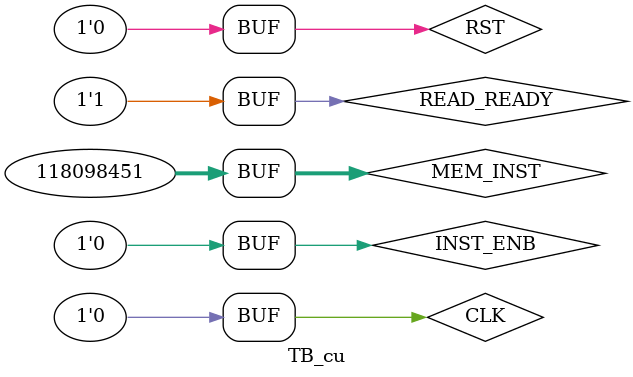
<source format=v>
`timescale 1ns / 1ps


module TB_cu;

	// Inputs
	reg [31:0] MEM_INST;
	reg INST_ENB;
	reg READ_READY;
	reg CLK;
	reg RST;

	// Outputs
	wire [4:0] RS1_ADR;
	wire [4:0] RS2_ADR;
	wire [4:0] REG_ADR;
	wire PC_CLK;
	wire [3:0] ALU_OPT;
	wire [2:0] BR_OPT;
	wire [2:0] LSU_OPT;
	wire WRITE_ENB;
	wire MEM_WRITE_ENB;
	wire GLOBAL_RESET;
	wire [2:0] IMM_TYPE;
	wire [2:0] RS1_MUX_SELECT;
	wire [2:0] RS2_MUX_SELECT;
	wire [2:0] REG_MUX_SELECT;
	wire [2:0] LSU_MUX_SELECT;
	wire [2:0] PC_MUX_SELECT;

	// Instantiate the Unit Under Test (UUT)
	cu uut (
		.MEM_INST(MEM_INST), 
		.INST_ENB(INST_ENB), 
		.READ_READY(READ_READY), 
		.CLK(CLK), 
		.RST(RST), 
		.RS1_ADR(RS1_ADR), 
		.RS2_ADR(RS2_ADR), 
		.REG_ADR(REG_ADR), 
		.PC_CLK(PC_CLK), 
		.ALU_OPT(ALU_OPT), 
		.BR_OPT(BR_OPT), 
		.LSU_OPT(LSU_OPT), 
		.WRITE_ENB(WRITE_ENB),
		.GLOBAL_RESET(GLOBAL_RESET), 
		.IMM_TYPE(IMM_TYPE), 
		.RS1_MUX_SELECT(RS1_MUX_SELECT), 
		.RS2_MUX_SELECT(RS2_MUX_SELECT), 
		.REG_MUX_SELECT(REG_MUX_SELECT), 
		.LSU_MUX_SELECT(LSU_MUX_SELECT), 
		.PC_MUX_SELECT(PC_MUX_SELECT)
	);

	initial begin
		// Initialize Inputs
		MEM_INST = 0;
		INST_ENB = 0;
		READ_READY = 0;
		CLK = 0;
		
		RST = 1;
		// Wait 100 ns for global reset to finish
		#100;
		RST = 0;
		
		
		MEM_INST = 32'h06308093; //addi x1, x1, 0x63
		INST_ENB = 1;
		#200;
		INST_ENB = 0;
		#200;

		MEM_INST = 32'h00110113; //addi x2, x2, 0x1
		INST_ENB = 1;
		#200;
		INST_ENB = 0;
		#200;

		MEM_INST = 32'h002081b3; // add x3, x1, x2
		INST_ENB = 1;
		#200;
		INST_ENB = 0;
		#200;
		

		MEM_INST = 32'h40118233; // sub x4, x3, x1
		INST_ENB = 1;
		#200;
		INST_ENB = 0;
		#200;


		MEM_INST = 32'h002112b3; // sll x5, x2, x2
		INST_ENB = 1;
		#200;
		INST_ENB = 0;
		#200;


		MEM_INST = 32'h00112333; // slt x6, x2, x1
		INST_ENB = 1;
		#200;
		INST_ENB = 0;
		#200;

		MEM_INST = 32'h005243b3; // xor x7, x4, x5
		INST_ENB = 1;
		#200;
		INST_ENB = 0;
		#200;

		MEM_INST = 32'h0021d433; //srl x8, x3, x2
		INST_ENB = 1;
		#200;
		INST_ENB = 0;
		#200;

		MEM_INST = 32'h0081e4b3; //or x9, x3, x8
		INST_ENB = 1;
		#200;
		INST_ENB = 0;
		#200;

		MEM_INST = 32'h0090f533; //and x10, x1, x9
		INST_ENB = 1;
		#200;
		INST_ENB = 0;
		#200;

		MEM_INST = 32'h06342593; //slti x11, x8, 0x63
		INST_ENB = 1;
		#200;
		INST_ENB = 0;
		#200;

		MEM_INST = 32'h12354613; //xori x12, x10, 0x123
		INST_ENB = 1;
		#200;
		INST_ENB = 0;
		#200;

		MEM_INST = 32'h45666693; //ori x13, x12, 0x456
		INST_ENB = 1;
		#200;
		INST_ENB = 0;
		#200;

		MEM_INST = 32'h7896f713;
		INST_ENB = 1;
		#200;
		INST_ENB = 0;
		#200;

		MEM_INST = 32'h00311793;
		INST_ENB = 1;
		#200;
		INST_ENB = 0;
		#200;

		MEM_INST = 32'h0037d813;
		INST_ENB = 1;
		#200;
		INST_ENB = 0;
		#200;

		MEM_INST = 32'h00302023;
		INST_ENB = 1;
		#200;
		INST_ENB = 0;
		#200;

		MEM_INST = 32'h00002883;
		INST_ENB = 1;
		#200;
		INST_ENB = 0;
		READ_READY = 1;
		#200;

		MEM_INST = 32'h00001937;
		INST_ENB = 1;
		#200;
		INST_ENB = 0;
		READ_READY = 1;
		#200;

		MEM_INST = 32'h00108663;
		INST_ENB = 1;
		#200;
		INST_ENB = 0;
		#200;

		MEM_INST = 32'h00150513;
		INST_ENB = 1;
		#200;
		INST_ENB = 0;
		#200;

		MEM_INST = 32'h00150513;
		INST_ENB = 1;
		#200;
		INST_ENB = 0;
		#200;

		MEM_INST = 32'h00198993;
		INST_ENB = 1;
		#200;
		INST_ENB = 0;
		#200;

		MEM_INST = 32'hfe7998e3;
		INST_ENB = 1;
		#200;
		INST_ENB = 0;
		#200;

		MEM_INST = 32'h00c00aef;
		INST_ENB = 1;
		#200;
		INST_ENB = 0;
		#200;

		MEM_INST = 32'h00150513;
		INST_ENB = 1;
		#200;
		INST_ENB = 0;
		#200;

		MEM_INST = 32'h00150513;
		INST_ENB = 1;
		#200;
		INST_ENB = 0;
		#200;

		MEM_INST = 32'h070a0a13;
		INST_ENB = 1;
		#200;
		INST_ENB = 0;
		#200;
	end
      
endmodule


</source>
